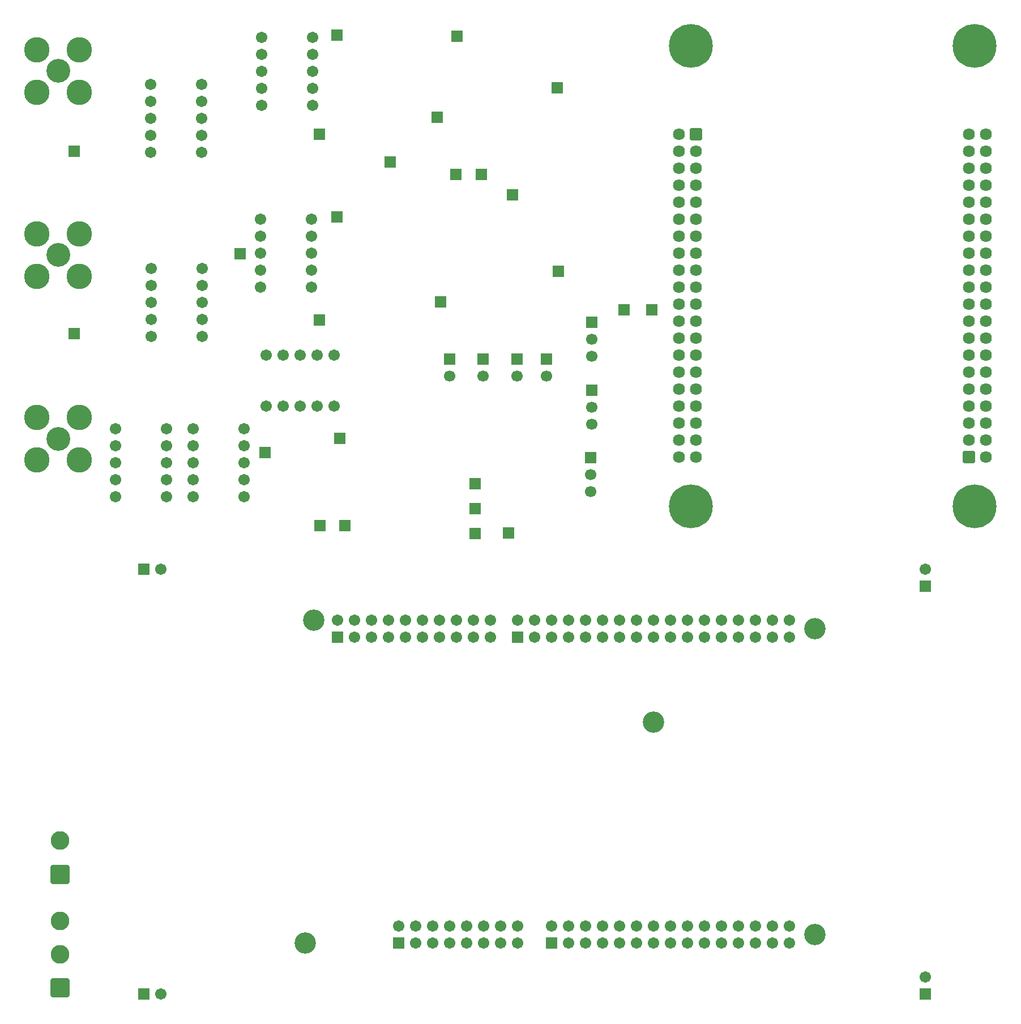
<source format=gbs>
%TF.GenerationSoftware,KiCad,Pcbnew,9.0.5-9.0.5~ubuntu24.04.1*%
%TF.CreationDate,2025-11-23T20:56:39+01:00*%
%TF.ProjectId,DigitalOsciloscope,44696769-7461-46c4-9f73-63696c6f7363,rev?*%
%TF.SameCoordinates,Original*%
%TF.FileFunction,Soldermask,Bot*%
%TF.FilePolarity,Negative*%
%FSLAX46Y46*%
G04 Gerber Fmt 4.6, Leading zero omitted, Abs format (unit mm)*
G04 Created by KiCad (PCBNEW 9.0.5-9.0.5~ubuntu24.04.1) date 2025-11-23 20:56:39*
%MOMM*%
%LPD*%
G01*
G04 APERTURE LIST*
G04 Aperture macros list*
%AMRoundRect*
0 Rectangle with rounded corners*
0 $1 Rounding radius*
0 $2 $3 $4 $5 $6 $7 $8 $9 X,Y pos of 4 corners*
0 Add a 4 corners polygon primitive as box body*
4,1,4,$2,$3,$4,$5,$6,$7,$8,$9,$2,$3,0*
0 Add four circle primitives for the rounded corners*
1,1,$1+$1,$2,$3*
1,1,$1+$1,$4,$5*
1,1,$1+$1,$6,$7*
1,1,$1+$1,$8,$9*
0 Add four rect primitives between the rounded corners*
20,1,$1+$1,$2,$3,$4,$5,0*
20,1,$1+$1,$4,$5,$6,$7,0*
20,1,$1+$1,$6,$7,$8,$9,0*
20,1,$1+$1,$8,$9,$2,$3,0*%
G04 Aperture macros list end*
%ADD10C,1.704000*%
%ADD11C,1.712000*%
%ADD12RoundRect,0.102000X0.754000X-0.754000X0.754000X0.754000X-0.754000X0.754000X-0.754000X-0.754000X0*%
%ADD13C,3.200000*%
%ADD14C,6.554000*%
%ADD15C,1.794000*%
%ADD16RoundRect,0.102000X0.795000X0.795000X-0.795000X0.795000X-0.795000X-0.795000X0.795000X-0.795000X0*%
%ADD17R,1.700000X1.700000*%
%ADD18C,1.700000*%
%ADD19C,3.556000*%
%ADD20C,3.810000*%
%ADD21RoundRect,0.250001X1.149999X-1.149999X1.149999X1.149999X-1.149999X1.149999X-1.149999X-1.149999X0*%
%ADD22C,2.800000*%
G04 APERTURE END LIST*
D10*
%TO.C,K2*%
X151710000Y-90720000D03*
X151710000Y-93260000D03*
X151710000Y-95800000D03*
X151710000Y-98340000D03*
X151710000Y-100880000D03*
X144090000Y-100880000D03*
X144090000Y-98340000D03*
X144090000Y-95800000D03*
X144090000Y-93260000D03*
X144090000Y-90720000D03*
%TD*%
%TO.C,K3*%
X160390000Y-93530000D03*
X160390000Y-90990000D03*
X160390000Y-88450000D03*
X160390000Y-85910000D03*
X160390000Y-83370000D03*
X168010000Y-83370000D03*
X168010000Y-85910000D03*
X168010000Y-88450000D03*
X168010000Y-90990000D03*
X168010000Y-93530000D03*
%TD*%
D11*
%TO.C,U11*%
X259800000Y-196600000D03*
D12*
X259800000Y-199140000D03*
D11*
X259820000Y-135640000D03*
D12*
X259820000Y-138180000D03*
D11*
X239480000Y-143260000D03*
X239480000Y-145800000D03*
X236940000Y-143260000D03*
X236940000Y-145800000D03*
X234400000Y-143260000D03*
X234400000Y-145800000D03*
X231860000Y-143260000D03*
X231860000Y-145800000D03*
X229320000Y-143260000D03*
X229320000Y-145800000D03*
X226780000Y-143260000D03*
X226780000Y-145800000D03*
X224240000Y-143260000D03*
X224240000Y-145800000D03*
X221700000Y-143260000D03*
X221700000Y-145800000D03*
X219160000Y-143260000D03*
X219160000Y-145800000D03*
X216620000Y-143260000D03*
X216620000Y-145800000D03*
X214080000Y-143260000D03*
X214080000Y-145800000D03*
X211540000Y-143260000D03*
X211540000Y-145800000D03*
X209000000Y-143260000D03*
X209000000Y-145800000D03*
X206460000Y-143260000D03*
X206460000Y-145800000D03*
X203920000Y-143260000D03*
X203920000Y-145800000D03*
X201380000Y-143260000D03*
X201380000Y-145800000D03*
X198840000Y-143260000D03*
D12*
X198840000Y-145800000D03*
D11*
X239480000Y-188980000D03*
X239480000Y-191520000D03*
X236940000Y-188980000D03*
X236940000Y-191520000D03*
X234400000Y-188980000D03*
X234400000Y-191520000D03*
X231860000Y-188980000D03*
X231860000Y-191520000D03*
X229320000Y-188980000D03*
X229320000Y-191520000D03*
X226780000Y-188980000D03*
X226780000Y-191520000D03*
X224240000Y-188980000D03*
X224240000Y-191520000D03*
X221700000Y-188980000D03*
X221700000Y-191520000D03*
X219160000Y-188980000D03*
X219160000Y-191520000D03*
X216620000Y-188980000D03*
X216620000Y-191520000D03*
X214080000Y-188980000D03*
X214080000Y-191520000D03*
X211540000Y-188980000D03*
X211540000Y-191520000D03*
X209000000Y-188980000D03*
X209000000Y-191520000D03*
X206460000Y-188980000D03*
X206460000Y-191520000D03*
X203920000Y-188980000D03*
D12*
X203920000Y-191520000D03*
D11*
X198840000Y-188980000D03*
X198840000Y-191520000D03*
X196300000Y-188980000D03*
X196300000Y-191520000D03*
X193760000Y-188980000D03*
X193760000Y-191520000D03*
X191220000Y-188980000D03*
X191220000Y-191520000D03*
X188680000Y-188980000D03*
X188680000Y-191520000D03*
X186140000Y-188980000D03*
X186140000Y-191520000D03*
X183600000Y-188980000D03*
X183600000Y-191520000D03*
X181060000Y-188980000D03*
D12*
X181060000Y-191520000D03*
D11*
X194776000Y-143260000D03*
X194776000Y-145800000D03*
X192236000Y-143260000D03*
X192236000Y-145800000D03*
X189696000Y-143260000D03*
X189696000Y-145800000D03*
X187156000Y-143260000D03*
X187156000Y-145800000D03*
X184616000Y-143260000D03*
X184616000Y-145800000D03*
X182076000Y-143260000D03*
X182076000Y-145800000D03*
X179536000Y-143260000D03*
X179536000Y-145800000D03*
X176996000Y-143260000D03*
X176996000Y-145800000D03*
X174456000Y-143260000D03*
X174456000Y-145800000D03*
X171916000Y-143260000D03*
D12*
X171916000Y-145800000D03*
D11*
X145500000Y-135640000D03*
D12*
X142960000Y-135640000D03*
D11*
X145500000Y-199140000D03*
D12*
X142960000Y-199140000D03*
D13*
X168360000Y-143260000D03*
X243290000Y-144530000D03*
X219160000Y-158500000D03*
X243290000Y-190250000D03*
X167090000Y-191520000D03*
%TD*%
D14*
%TO.C,U10*%
X224790000Y-126290000D03*
X267210000Y-126290000D03*
X224790000Y-57460000D03*
X267210000Y-57460000D03*
D15*
X268860000Y-70670000D03*
X266320000Y-70670000D03*
X268860000Y-73210000D03*
X266320000Y-73210000D03*
X268860000Y-75750000D03*
X266320000Y-75750000D03*
X268860000Y-78290000D03*
X266320000Y-78290000D03*
X268860000Y-80830000D03*
X266320000Y-80830000D03*
X268860000Y-83370000D03*
X266320000Y-83370000D03*
X268860000Y-85910000D03*
X266320000Y-85910000D03*
X268860000Y-88450000D03*
X266320000Y-88450000D03*
X268860000Y-90990000D03*
X266320000Y-90990000D03*
X268860000Y-93530000D03*
X266320000Y-93530000D03*
X268860000Y-96070000D03*
X266320000Y-96070000D03*
X268860000Y-98610000D03*
X266320000Y-98610000D03*
X268860000Y-101150000D03*
X266320000Y-101150000D03*
X268860000Y-103690000D03*
X266320000Y-103690000D03*
X268860000Y-106230000D03*
X266320000Y-106230000D03*
X268860000Y-108770000D03*
X266320000Y-108770000D03*
X268860000Y-111310000D03*
X266320000Y-111310000D03*
X268860000Y-113850000D03*
X266320000Y-113850000D03*
X268860000Y-116390000D03*
X266320000Y-116390000D03*
X268860000Y-118930000D03*
D16*
X266320000Y-118930000D03*
D15*
X223010000Y-118930000D03*
X225550000Y-118930000D03*
X223010000Y-116390000D03*
X225550000Y-116390000D03*
X223010000Y-113850000D03*
X225550000Y-113850000D03*
X223010000Y-111310000D03*
X225550000Y-111310000D03*
X223010000Y-108770000D03*
X225550000Y-108770000D03*
X223010000Y-106230000D03*
X225550000Y-106230000D03*
X223010000Y-103690000D03*
X225550000Y-103690000D03*
X223010000Y-101150000D03*
X225550000Y-101150000D03*
X223010000Y-98610000D03*
X225550000Y-98610000D03*
X223010000Y-96070000D03*
X225550000Y-96070000D03*
X223010000Y-93530000D03*
X225550000Y-93530000D03*
X223010000Y-90990000D03*
X225550000Y-90990000D03*
X223010000Y-88450000D03*
X225550000Y-88450000D03*
X223010000Y-85910000D03*
X225550000Y-85910000D03*
X223010000Y-83370000D03*
X225550000Y-83370000D03*
X223010000Y-80830000D03*
X225550000Y-80830000D03*
X223010000Y-78290000D03*
X225550000Y-78290000D03*
X223010000Y-75750000D03*
X225550000Y-75750000D03*
X223010000Y-73210000D03*
X225550000Y-73210000D03*
X223010000Y-70670000D03*
D16*
X225550000Y-70670000D03*
%TD*%
D10*
%TO.C,K7*%
X161220000Y-111310000D03*
X163760000Y-111310000D03*
X166300000Y-111310000D03*
X168840000Y-111310000D03*
X171380000Y-111310000D03*
X171380000Y-103690000D03*
X168840000Y-103690000D03*
X166300000Y-103690000D03*
X163760000Y-103690000D03*
X161220000Y-103690000D03*
%TD*%
%TO.C,K6*%
X150290000Y-114620000D03*
X150290000Y-117160000D03*
X150290000Y-119700000D03*
X150290000Y-122240000D03*
X150290000Y-124780000D03*
X157910000Y-124780000D03*
X157910000Y-122240000D03*
X157910000Y-119700000D03*
X157910000Y-117160000D03*
X157910000Y-114620000D03*
%TD*%
%TO.C,K5*%
X146310000Y-124780000D03*
X146310000Y-122240000D03*
X146310000Y-119700000D03*
X146310000Y-117160000D03*
X146310000Y-114620000D03*
X138690000Y-114620000D03*
X138690000Y-117160000D03*
X138690000Y-119700000D03*
X138690000Y-122240000D03*
X138690000Y-124780000D03*
%TD*%
%TO.C,K1*%
X143990000Y-63220000D03*
X143990000Y-65760000D03*
X143990000Y-68300000D03*
X143990000Y-70840000D03*
X143990000Y-73380000D03*
X151610000Y-73380000D03*
X151610000Y-70840000D03*
X151610000Y-68300000D03*
X151610000Y-65760000D03*
X151610000Y-63220000D03*
%TD*%
D17*
%TO.C,J10*%
X188700000Y-104260000D03*
D18*
X188700000Y-106800000D03*
%TD*%
D17*
%TO.C,TP22*%
X218900000Y-96900000D03*
%TD*%
%TO.C,J8*%
X198769047Y-104260000D03*
D18*
X198769047Y-106800000D03*
%TD*%
D17*
%TO.C,TP7*%
X179800000Y-74800000D03*
%TD*%
%TO.C,TP24*%
X192500000Y-126600000D03*
%TD*%
%TO.C,J7*%
X209900000Y-98760000D03*
D18*
X209900000Y-101300000D03*
X209900000Y-103840000D03*
%TD*%
D17*
%TO.C,J5*%
X209800000Y-118940000D03*
D18*
X209800000Y-121480000D03*
X209800000Y-124020000D03*
%TD*%
D17*
%TO.C,TP20*%
X193400000Y-76600000D03*
%TD*%
%TO.C,TP3*%
X171800000Y-55800000D03*
%TD*%
%TO.C,TP12*%
X161100000Y-118200000D03*
%TD*%
%TO.C,J9*%
X193700000Y-104260000D03*
D18*
X193700000Y-106800000D03*
%TD*%
D19*
%TO.C,J2*%
X130175000Y-88675000D03*
D20*
X127000000Y-85500000D03*
X127000000Y-91850000D03*
X133350000Y-85500000D03*
X133350000Y-91850000D03*
%TD*%
D17*
%TO.C,TP10*%
X186850000Y-68100000D03*
%TD*%
%TO.C,TP19*%
X189600000Y-76600000D03*
%TD*%
D21*
%TO.C,J12*%
X130467500Y-198250000D03*
D22*
X130467500Y-193250000D03*
X130467500Y-188250000D03*
%TD*%
D17*
%TO.C,J4*%
X209900000Y-108860000D03*
D18*
X209900000Y-111400000D03*
X209900000Y-113940000D03*
%TD*%
D17*
%TO.C,TP16*%
X204900000Y-91100000D03*
%TD*%
%TO.C,TP14*%
X173000000Y-129100000D03*
%TD*%
%TO.C,TP13*%
X169300000Y-129100000D03*
%TD*%
%TO.C,TP15*%
X204750000Y-63650000D03*
%TD*%
%TO.C,TP23*%
X192500000Y-122900000D03*
%TD*%
D19*
%TO.C,J3*%
X130175000Y-116175000D03*
D20*
X127000000Y-119350000D03*
X133350000Y-119350000D03*
X127000000Y-113000000D03*
X133350000Y-113000000D03*
%TD*%
D17*
%TO.C,TP9*%
X187300000Y-95700000D03*
%TD*%
%TO.C,TP6*%
X169200000Y-70600000D03*
%TD*%
%TO.C,TP4*%
X171800000Y-83000000D03*
%TD*%
D21*
%TO.C,J11*%
X130467500Y-181250000D03*
D22*
X130467500Y-176250000D03*
%TD*%
D17*
%TO.C,TP21*%
X214800000Y-96900000D03*
%TD*%
%TO.C,TP1*%
X132575000Y-73200000D03*
%TD*%
%TO.C,TP26*%
X197500000Y-130200000D03*
%TD*%
%TO.C,J6*%
X203200000Y-104260000D03*
D18*
X203200000Y-106800000D03*
%TD*%
D17*
%TO.C,TP11*%
X172300000Y-116100000D03*
%TD*%
%TO.C,TP18*%
X198100000Y-79700000D03*
%TD*%
%TO.C,TP5*%
X169200000Y-98400000D03*
%TD*%
%TO.C,TP25*%
X192500000Y-130300000D03*
%TD*%
%TO.C,TP8*%
X157400000Y-88500000D03*
%TD*%
%TO.C,TP2*%
X132575000Y-100400000D03*
%TD*%
D19*
%TO.C,J1*%
X130175000Y-61175000D03*
D20*
X127000000Y-64350000D03*
X133350000Y-64350000D03*
X127000000Y-58000000D03*
X133350000Y-58000000D03*
%TD*%
D17*
%TO.C,TP17*%
X189800000Y-56000000D03*
%TD*%
D10*
%TO.C,K4*%
X168210000Y-66280000D03*
X168210000Y-63740000D03*
X168210000Y-61200000D03*
X168210000Y-58660000D03*
X168210000Y-56120000D03*
X160590000Y-56120000D03*
X160590000Y-58660000D03*
X160590000Y-61200000D03*
X160590000Y-63740000D03*
X160590000Y-66280000D03*
%TD*%
M02*

</source>
